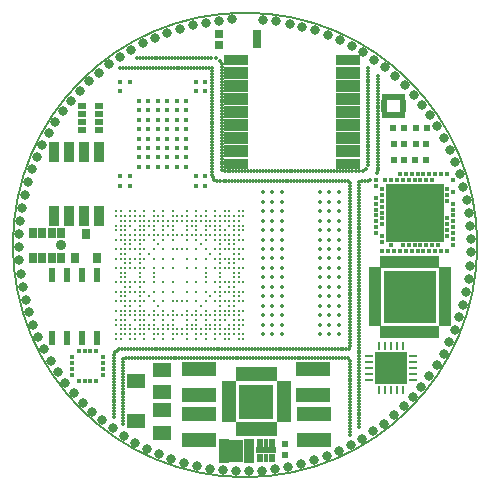
<source format=gts>
G04*
G04 #@! TF.GenerationSoftware,Altium Limited,Altium Designer,22.6.1 (34)*
G04*
G04 Layer_Color=8388736*
%FSLAX44Y44*%
%MOMM*%
G71*
G04*
G04 #@! TF.SameCoordinates,74DF644D-C5CC-47E8-8FD8-F3D1935BC2B4*
G04*
G04*
G04 #@! TF.FilePolarity,Negative*
G04*
G01*
G75*
%ADD12C,0.2000*%
%ADD36R,0.6000X0.5000*%
%ADD37C,0.3500*%
%ADD39R,0.5000X0.6000*%
%ADD41R,0.8000X0.9000*%
%ADD44R,0.6000X1.3000*%
%ADD45R,0.2393X0.7311*%
G04:AMPARAMS|DCode=46|XSize=0.7311mm|YSize=0.2393mm|CornerRadius=0.1196mm|HoleSize=0mm|Usage=FLASHONLY|Rotation=270.000|XOffset=0mm|YOffset=0mm|HoleType=Round|Shape=RoundedRectangle|*
%AMROUNDEDRECTD46*
21,1,0.7311,0.0000,0,0,270.0*
21,1,0.4918,0.2393,0,0,270.0*
1,1,0.2393,0.0000,-0.2459*
1,1,0.2393,0.0000,0.2459*
1,1,0.2393,0.0000,0.2459*
1,1,0.2393,0.0000,-0.2459*
%
%ADD46ROUNDEDRECTD46*%
G04:AMPARAMS|DCode=47|XSize=0.2393mm|YSize=0.7311mm|CornerRadius=0.1196mm|HoleSize=0mm|Usage=FLASHONLY|Rotation=270.000|XOffset=0mm|YOffset=0mm|HoleType=Round|Shape=RoundedRectangle|*
%AMROUNDEDRECTD47*
21,1,0.2393,0.4918,0,0,270.0*
21,1,0.0000,0.7311,0,0,270.0*
1,1,0.2393,-0.2459,0.0000*
1,1,0.2393,-0.2459,0.0000*
1,1,0.2393,0.2459,0.0000*
1,1,0.2393,0.2459,0.0000*
%
%ADD47ROUNDEDRECTD47*%
%ADD48R,0.3000X0.4500*%
%ADD49R,0.4500X0.3000*%
%ADD50C,0.2125*%
%ADD51C,0.3825*%
%ADD52R,0.8000X0.6500*%
%ADD53R,0.8000X1.6000*%
%ADD54R,1.0532X0.5032*%
%ADD55R,0.5032X1.0532*%
%ADD56R,4.4532X4.4532*%
%ADD57R,2.0032X0.9032*%
%ADD58R,2.0032X1.0032*%
%ADD59C,0.4032*%
%ADD60R,4.9532X4.9532*%
%ADD61R,0.7032X0.6032*%
%ADD62R,0.5032X0.5532*%
%ADD63R,0.5532X0.5032*%
%ADD64R,2.9032X1.2032*%
%ADD65R,0.8332X0.5532*%
%ADD66R,0.5032X0.7832*%
%ADD67R,0.4532X0.7832*%
%ADD68R,1.2032X1.9032*%
%ADD69R,0.9032X0.5032*%
%ADD70R,1.2032X0.5032*%
%ADD71R,0.5032X1.2032*%
%ADD72R,3.0032X3.0032*%
%ADD73R,1.6032X1.2032*%
%ADD74R,0.8532X1.7282*%
%ADD75C,0.8932*%
%ADD76R,0.7032X0.9532*%
%ADD77R,2.7500X2.7500*%
%ADD78C,0.8032*%
%ADD79C,0.7032*%
%ADD80C,0.3532*%
D12*
X903478Y560832D02*
G03*
X903478Y560832I-196596J0D01*
G01*
D36*
X740410Y383358D02*
D03*
Y392358D02*
D03*
D37*
X786088Y485434D02*
D03*
X778088D02*
D03*
X770088D02*
D03*
X738088D02*
D03*
X730088D02*
D03*
X722088D02*
D03*
X786088Y493434D02*
D03*
X778088D02*
D03*
X770088D02*
D03*
X738088D02*
D03*
X730088D02*
D03*
X722088D02*
D03*
X786088Y501434D02*
D03*
X778088D02*
D03*
X770088D02*
D03*
X738088D02*
D03*
X730088D02*
D03*
X722088D02*
D03*
X786088Y509434D02*
D03*
X778088D02*
D03*
X770088D02*
D03*
X738088D02*
D03*
X730088D02*
D03*
X722088D02*
D03*
X786088Y517434D02*
D03*
X778088D02*
D03*
X770088D02*
D03*
X738088D02*
D03*
X730088D02*
D03*
X722088D02*
D03*
X786088Y525434D02*
D03*
X778088D02*
D03*
X770088D02*
D03*
X738088D02*
D03*
X730088D02*
D03*
X722088D02*
D03*
X786088Y533434D02*
D03*
X778088D02*
D03*
X770088D02*
D03*
X738088D02*
D03*
X730088D02*
D03*
X722088D02*
D03*
X786088Y541434D02*
D03*
X778088D02*
D03*
X770088D02*
D03*
X738088D02*
D03*
X730088D02*
D03*
X722088D02*
D03*
X786088Y549434D02*
D03*
X778088D02*
D03*
X770088D02*
D03*
X738088D02*
D03*
X730088D02*
D03*
X722088D02*
D03*
X786088Y557434D02*
D03*
X778088D02*
D03*
X770088D02*
D03*
X738088D02*
D03*
X730088D02*
D03*
X722088D02*
D03*
X786088Y565434D02*
D03*
X778088D02*
D03*
X770088D02*
D03*
X738088D02*
D03*
X730088D02*
D03*
X722088D02*
D03*
X786088Y573434D02*
D03*
X778088D02*
D03*
X770088D02*
D03*
X738088D02*
D03*
X730088D02*
D03*
X722088D02*
D03*
X786088Y581434D02*
D03*
X778088D02*
D03*
X770088D02*
D03*
X738088D02*
D03*
X730088D02*
D03*
X722088D02*
D03*
X786088Y589434D02*
D03*
X778088D02*
D03*
X770088D02*
D03*
X738088D02*
D03*
X730088D02*
D03*
X722088D02*
D03*
X786088Y597434D02*
D03*
X778088D02*
D03*
X770088D02*
D03*
X738088D02*
D03*
X730088D02*
D03*
X722088D02*
D03*
X786088Y605434D02*
D03*
X778088D02*
D03*
X770088D02*
D03*
X738088D02*
D03*
X730088D02*
D03*
X722088D02*
D03*
D39*
X851178Y633004D02*
D03*
X860178D02*
D03*
X832660Y632496D02*
D03*
X841660D02*
D03*
X832660Y645958D02*
D03*
X841660D02*
D03*
X851504Y659928D02*
D03*
X860504D02*
D03*
X832478Y659674D02*
D03*
X841478D02*
D03*
X851432Y646466D02*
D03*
X860432D02*
D03*
D41*
X562762Y549976D02*
D03*
X581762D02*
D03*
X572262Y569976D02*
D03*
D44*
X543270Y482298D02*
D03*
X555970D02*
D03*
X568670D02*
D03*
X581370D02*
D03*
Y535298D02*
D03*
X568670D02*
D03*
X555970D02*
D03*
X543270D02*
D03*
D45*
X840544Y475634D02*
D03*
D46*
X835544D02*
D03*
X830544D02*
D03*
X825544D02*
D03*
X820544D02*
D03*
Y437823D02*
D03*
X825544D02*
D03*
X830544D02*
D03*
X835544D02*
D03*
X840544D02*
D03*
D47*
X811638Y466728D02*
D03*
Y461728D02*
D03*
Y456728D02*
D03*
Y451728D02*
D03*
Y446728D02*
D03*
X849449D02*
D03*
Y451728D02*
D03*
Y456728D02*
D03*
Y461728D02*
D03*
Y466728D02*
D03*
D48*
X565996Y445502D02*
D03*
X570996D02*
D03*
X575996D02*
D03*
X580996D02*
D03*
Y471002D02*
D03*
X575996D02*
D03*
X570996D02*
D03*
X565996D02*
D03*
D49*
X586246Y450752D02*
D03*
Y455752D02*
D03*
Y460752D02*
D03*
Y465752D02*
D03*
X560746D02*
D03*
Y460752D02*
D03*
Y455752D02*
D03*
Y450752D02*
D03*
D50*
X597538Y589274D02*
D03*
X601538D02*
D03*
X609538D02*
D03*
X613538D02*
D03*
X621538D02*
D03*
X629538D02*
D03*
X637538D02*
D03*
X645538D02*
D03*
X657538D02*
D03*
X665538D02*
D03*
X673538D02*
D03*
X681538D02*
D03*
X689538D02*
D03*
X693538D02*
D03*
X701538D02*
D03*
X705538D02*
D03*
X597538Y585274D02*
D03*
X601538D02*
D03*
X605538D02*
D03*
X609538D02*
D03*
X613538D02*
D03*
X617538D02*
D03*
X621538D02*
D03*
X629538D02*
D03*
X633538D02*
D03*
X637538D02*
D03*
X645538D02*
D03*
X649538D02*
D03*
X653538D02*
D03*
X657538D02*
D03*
X665538D02*
D03*
X669538D02*
D03*
X673538D02*
D03*
X681538D02*
D03*
X685538D02*
D03*
X689538D02*
D03*
X693538D02*
D03*
X697538D02*
D03*
X701538D02*
D03*
X705538D02*
D03*
X601538Y581274D02*
D03*
X605538D02*
D03*
X609538D02*
D03*
X613538D02*
D03*
X617538D02*
D03*
X621538D02*
D03*
X625538D02*
D03*
X629538D02*
D03*
X633538D02*
D03*
X637538D02*
D03*
X641538D02*
D03*
X645538D02*
D03*
X649538D02*
D03*
X653538D02*
D03*
X657538D02*
D03*
X661538D02*
D03*
X665538D02*
D03*
X669538D02*
D03*
X673538D02*
D03*
X677538D02*
D03*
X681538D02*
D03*
X685538D02*
D03*
X689538D02*
D03*
X693538D02*
D03*
X697538D02*
D03*
X701538D02*
D03*
X597538Y577274D02*
D03*
X601538D02*
D03*
X605538D02*
D03*
X609538D02*
D03*
X617538D02*
D03*
X621538D02*
D03*
X625538D02*
D03*
X629538D02*
D03*
X637538D02*
D03*
X641538D02*
D03*
X645538D02*
D03*
X657538D02*
D03*
X661538D02*
D03*
X665538D02*
D03*
X673538D02*
D03*
X677538D02*
D03*
X681538D02*
D03*
X685538D02*
D03*
X693538D02*
D03*
X697538D02*
D03*
X701538D02*
D03*
X705538D02*
D03*
X597538Y573274D02*
D03*
X601538D02*
D03*
X605538D02*
D03*
X613538D02*
D03*
X617538D02*
D03*
X621538D02*
D03*
X629538D02*
D03*
X637538D02*
D03*
X645538D02*
D03*
X657538D02*
D03*
X665538D02*
D03*
X673538D02*
D03*
X681538D02*
D03*
X685538D02*
D03*
X689538D02*
D03*
X697538D02*
D03*
X701538D02*
D03*
X705538D02*
D03*
X601538Y569274D02*
D03*
X605538D02*
D03*
X609538D02*
D03*
X613538D02*
D03*
X617538D02*
D03*
X621538D02*
D03*
X625538D02*
D03*
X629538D02*
D03*
X633538D02*
D03*
X637538D02*
D03*
X641538D02*
D03*
X645538D02*
D03*
X649538D02*
D03*
X653538D02*
D03*
X657538D02*
D03*
X661538D02*
D03*
X665538D02*
D03*
X669538D02*
D03*
X673538D02*
D03*
X677538D02*
D03*
X681538D02*
D03*
X685538D02*
D03*
X689538D02*
D03*
X693538D02*
D03*
X697538D02*
D03*
X701538D02*
D03*
X597538Y565274D02*
D03*
X601538D02*
D03*
X605538D02*
D03*
X609538D02*
D03*
X613538D02*
D03*
X617538D02*
D03*
X621538D02*
D03*
X629538D02*
D03*
X637538D02*
D03*
X645538D02*
D03*
X657538D02*
D03*
X665538D02*
D03*
X673538D02*
D03*
X681538D02*
D03*
X685538D02*
D03*
X689538D02*
D03*
X693538D02*
D03*
X697538D02*
D03*
X701538D02*
D03*
X705538D02*
D03*
X605538Y561274D02*
D03*
X609538D02*
D03*
X617538D02*
D03*
X633538D02*
D03*
X669538D02*
D03*
X685538D02*
D03*
X693538D02*
D03*
X697538D02*
D03*
X597538Y557274D02*
D03*
X601538D02*
D03*
X605538D02*
D03*
X609538D02*
D03*
X613538D02*
D03*
X617538D02*
D03*
X621538D02*
D03*
X629538D02*
D03*
X637538D02*
D03*
X645538D02*
D03*
X649538D02*
D03*
X653538D02*
D03*
X657538D02*
D03*
X665538D02*
D03*
X673538D02*
D03*
X681538D02*
D03*
X685538D02*
D03*
X689538D02*
D03*
X693538D02*
D03*
X697538D02*
D03*
X701538D02*
D03*
X705538D02*
D03*
X601538Y553274D02*
D03*
X605538D02*
D03*
X617538D02*
D03*
X625538D02*
D03*
X677538D02*
D03*
X685538D02*
D03*
X697538D02*
D03*
X701538D02*
D03*
X597538Y549274D02*
D03*
X601538D02*
D03*
X605538D02*
D03*
X609538D02*
D03*
X613538D02*
D03*
X617538D02*
D03*
X621538D02*
D03*
X629538D02*
D03*
X637538D02*
D03*
X645538D02*
D03*
X657538D02*
D03*
X665538D02*
D03*
X673538D02*
D03*
X681538D02*
D03*
X685538D02*
D03*
X689538D02*
D03*
X693538D02*
D03*
X697538D02*
D03*
X701538D02*
D03*
X705538D02*
D03*
X605538Y545274D02*
D03*
X609538D02*
D03*
X617538D02*
D03*
X685538D02*
D03*
X693538D02*
D03*
X697538D02*
D03*
X597538Y541274D02*
D03*
X601538D02*
D03*
X605538D02*
D03*
X609538D02*
D03*
X613538D02*
D03*
X617538D02*
D03*
X621538D02*
D03*
X629538D02*
D03*
X637538D02*
D03*
X645538D02*
D03*
X657538D02*
D03*
X665538D02*
D03*
X673538D02*
D03*
X681538D02*
D03*
X685538D02*
D03*
X689538D02*
D03*
X693538D02*
D03*
X697538D02*
D03*
X701538D02*
D03*
X705538D02*
D03*
X601538Y537274D02*
D03*
X605538D02*
D03*
X617538D02*
D03*
X629538D02*
D03*
X673538D02*
D03*
X685538D02*
D03*
X697538D02*
D03*
X701538D02*
D03*
X601538Y533274D02*
D03*
X605538D02*
D03*
X617538D02*
D03*
X629538D02*
D03*
X673538D02*
D03*
X685538D02*
D03*
X697538D02*
D03*
X701538D02*
D03*
X597538Y529274D02*
D03*
X601538D02*
D03*
X605538D02*
D03*
X609538D02*
D03*
X613538D02*
D03*
X617538D02*
D03*
X621538D02*
D03*
X629538D02*
D03*
X637538D02*
D03*
X645538D02*
D03*
X657538D02*
D03*
X665538D02*
D03*
X673538D02*
D03*
X681538D02*
D03*
X685538D02*
D03*
X689538D02*
D03*
X693538D02*
D03*
X697538D02*
D03*
X701538D02*
D03*
X705538D02*
D03*
X605538Y525274D02*
D03*
X609538D02*
D03*
X617538D02*
D03*
X685538D02*
D03*
X693538D02*
D03*
X697538D02*
D03*
X597538Y521274D02*
D03*
X601538D02*
D03*
X605538D02*
D03*
X609538D02*
D03*
X613538D02*
D03*
X617538D02*
D03*
X621538D02*
D03*
X629538D02*
D03*
X637538D02*
D03*
X645538D02*
D03*
X657538D02*
D03*
X665538D02*
D03*
X673538D02*
D03*
X681538D02*
D03*
X685538D02*
D03*
X689538D02*
D03*
X693538D02*
D03*
X697538D02*
D03*
X701538D02*
D03*
X705538D02*
D03*
X601538Y517274D02*
D03*
X605538D02*
D03*
X617538D02*
D03*
X625538D02*
D03*
X677538D02*
D03*
X685538D02*
D03*
X697538D02*
D03*
X701538D02*
D03*
X597538Y513274D02*
D03*
X601538D02*
D03*
X605538D02*
D03*
X609538D02*
D03*
X613538D02*
D03*
X617538D02*
D03*
X621538D02*
D03*
X629538D02*
D03*
X637538D02*
D03*
X645538D02*
D03*
X649538D02*
D03*
X653538D02*
D03*
X657538D02*
D03*
X665538D02*
D03*
X673538D02*
D03*
X681538D02*
D03*
X685538D02*
D03*
X689538D02*
D03*
X693538D02*
D03*
X697538D02*
D03*
X701538D02*
D03*
X705538D02*
D03*
X605538Y509274D02*
D03*
X609538D02*
D03*
X617538D02*
D03*
X633538D02*
D03*
X669538D02*
D03*
X685538D02*
D03*
X693538D02*
D03*
X697538D02*
D03*
X597538Y505274D02*
D03*
X601538D02*
D03*
X605538D02*
D03*
X609538D02*
D03*
X613538D02*
D03*
X617538D02*
D03*
X621538D02*
D03*
X629538D02*
D03*
X637538D02*
D03*
X645538D02*
D03*
X657538D02*
D03*
X665538D02*
D03*
X673538D02*
D03*
X681538D02*
D03*
X685538D02*
D03*
X689538D02*
D03*
X693538D02*
D03*
X697538D02*
D03*
X701538D02*
D03*
X705538D02*
D03*
X601538Y501274D02*
D03*
X605538D02*
D03*
X609538D02*
D03*
X613538D02*
D03*
X617538D02*
D03*
X621538D02*
D03*
X625538D02*
D03*
X629538D02*
D03*
X633538D02*
D03*
X637538D02*
D03*
X641538D02*
D03*
X645538D02*
D03*
X649538D02*
D03*
X653538D02*
D03*
X657538D02*
D03*
X661538D02*
D03*
X665538D02*
D03*
X669538D02*
D03*
X673538D02*
D03*
X677538D02*
D03*
X681538D02*
D03*
X685538D02*
D03*
X689538D02*
D03*
X693538D02*
D03*
X697538D02*
D03*
X701538D02*
D03*
X597538Y497274D02*
D03*
X601538D02*
D03*
X605538D02*
D03*
X613538D02*
D03*
X617538D02*
D03*
X621538D02*
D03*
X629538D02*
D03*
X637538D02*
D03*
X645538D02*
D03*
X657538D02*
D03*
X665538D02*
D03*
X673538D02*
D03*
X681538D02*
D03*
X685538D02*
D03*
X689538D02*
D03*
X697538D02*
D03*
X701538D02*
D03*
X705538D02*
D03*
X597538Y493274D02*
D03*
X601538D02*
D03*
X605538D02*
D03*
X609538D02*
D03*
X617538D02*
D03*
X621538D02*
D03*
X625538D02*
D03*
X629538D02*
D03*
X637538D02*
D03*
X641538D02*
D03*
X645538D02*
D03*
X657538D02*
D03*
X661538D02*
D03*
X665538D02*
D03*
X673538D02*
D03*
X677538D02*
D03*
X681538D02*
D03*
X685538D02*
D03*
X693538D02*
D03*
X697538D02*
D03*
X701538D02*
D03*
X705538D02*
D03*
X601538Y489274D02*
D03*
X605538D02*
D03*
X609538D02*
D03*
X613538D02*
D03*
X617538D02*
D03*
X621538D02*
D03*
X625538D02*
D03*
X629538D02*
D03*
X633538D02*
D03*
X637538D02*
D03*
X641538D02*
D03*
X645538D02*
D03*
X649538D02*
D03*
X653538D02*
D03*
X657538D02*
D03*
X661538D02*
D03*
X665538D02*
D03*
X669538D02*
D03*
X673538D02*
D03*
X677538D02*
D03*
X681538D02*
D03*
X685538D02*
D03*
X689538D02*
D03*
X693538D02*
D03*
X697538D02*
D03*
X701538D02*
D03*
X597538Y485274D02*
D03*
X601538D02*
D03*
X605538D02*
D03*
X609538D02*
D03*
X613538D02*
D03*
X617538D02*
D03*
X621538D02*
D03*
X629538D02*
D03*
X633538D02*
D03*
X637538D02*
D03*
X645538D02*
D03*
X649538D02*
D03*
X653538D02*
D03*
X657538D02*
D03*
X665538D02*
D03*
X669538D02*
D03*
X673538D02*
D03*
X681538D02*
D03*
X685538D02*
D03*
X689538D02*
D03*
X693538D02*
D03*
X697538D02*
D03*
X701538D02*
D03*
X705538D02*
D03*
X597538Y481274D02*
D03*
X601538D02*
D03*
X609538D02*
D03*
X613538D02*
D03*
X621538D02*
D03*
X629538D02*
D03*
X637538D02*
D03*
X645538D02*
D03*
X657538D02*
D03*
X665538D02*
D03*
X673538D02*
D03*
X681538D02*
D03*
X689538D02*
D03*
X693538D02*
D03*
X701538D02*
D03*
X705538D02*
D03*
D51*
X601094Y698872D02*
D03*
X609094D02*
D03*
X665094D02*
D03*
X673094D02*
D03*
X601094Y690872D02*
D03*
X665094D02*
D03*
X673094D02*
D03*
X617094Y682872D02*
D03*
X625094D02*
D03*
X633094D02*
D03*
X641094D02*
D03*
X649094D02*
D03*
X657094D02*
D03*
X617094Y674872D02*
D03*
X625094D02*
D03*
X633094D02*
D03*
X641094D02*
D03*
X649094D02*
D03*
X657094D02*
D03*
X617094Y666872D02*
D03*
X625094D02*
D03*
X633094D02*
D03*
X641094D02*
D03*
X649094D02*
D03*
X657094D02*
D03*
X617094Y658872D02*
D03*
X625094D02*
D03*
X633094D02*
D03*
X641094D02*
D03*
X649094D02*
D03*
X657094D02*
D03*
X617094Y650872D02*
D03*
X625094D02*
D03*
X633094D02*
D03*
X641094D02*
D03*
X649094D02*
D03*
X657094D02*
D03*
X617094Y642872D02*
D03*
X625094D02*
D03*
X633094D02*
D03*
X641094D02*
D03*
X649094D02*
D03*
X657094D02*
D03*
X617094Y634872D02*
D03*
X625094D02*
D03*
X633094D02*
D03*
X641094D02*
D03*
X649094D02*
D03*
X657094D02*
D03*
X617094Y626872D02*
D03*
X625094D02*
D03*
X633094D02*
D03*
X641094D02*
D03*
X649094D02*
D03*
X657094D02*
D03*
X601094Y618872D02*
D03*
X609094D02*
D03*
X665094D02*
D03*
X673094D02*
D03*
X601094Y610872D02*
D03*
X609094D02*
D03*
X665094D02*
D03*
X673094D02*
D03*
D52*
X685040Y739572D02*
D03*
Y730072D02*
D03*
D53*
X717040Y734822D02*
D03*
D54*
X816792Y539426D02*
D03*
Y534426D02*
D03*
Y529426D02*
D03*
Y524426D02*
D03*
Y519426D02*
D03*
Y514426D02*
D03*
Y509426D02*
D03*
Y504426D02*
D03*
Y499426D02*
D03*
Y494426D02*
D03*
X875792D02*
D03*
Y499426D02*
D03*
Y504426D02*
D03*
Y509426D02*
D03*
Y514426D02*
D03*
Y519426D02*
D03*
Y524426D02*
D03*
Y529426D02*
D03*
Y534426D02*
D03*
Y539426D02*
D03*
D55*
X823792Y487426D02*
D03*
X828792D02*
D03*
X833792D02*
D03*
X838792D02*
D03*
X843792D02*
D03*
X848792D02*
D03*
X853792D02*
D03*
X858792D02*
D03*
X863792D02*
D03*
X868792D02*
D03*
Y546426D02*
D03*
X863792D02*
D03*
X858792D02*
D03*
X853792D02*
D03*
X848792D02*
D03*
X843792D02*
D03*
X838792D02*
D03*
X833792D02*
D03*
X828792D02*
D03*
X823792D02*
D03*
D56*
X846292Y516926D02*
D03*
D57*
X794006Y629354D02*
D03*
Y717354D02*
D03*
X699006D02*
D03*
Y629354D02*
D03*
D58*
X794006Y640354D02*
D03*
Y651354D02*
D03*
Y662354D02*
D03*
Y673354D02*
D03*
Y684354D02*
D03*
Y695354D02*
D03*
Y706354D02*
D03*
X699006D02*
D03*
Y695354D02*
D03*
Y684354D02*
D03*
Y673354D02*
D03*
Y662354D02*
D03*
Y651354D02*
D03*
Y640354D02*
D03*
D59*
X817892Y590764D02*
D03*
Y595764D02*
D03*
Y600764D02*
D03*
Y610764D02*
D03*
Y615764D02*
D03*
Y585764D02*
D03*
Y580764D02*
D03*
Y575764D02*
D03*
Y570764D02*
D03*
X877892Y568264D02*
D03*
Y573264D02*
D03*
Y578264D02*
D03*
Y583264D02*
D03*
Y608264D02*
D03*
Y603264D02*
D03*
Y598264D02*
D03*
X822892Y563264D02*
D03*
Y568264D02*
D03*
Y578264D02*
D03*
Y583264D02*
D03*
Y608264D02*
D03*
Y603264D02*
D03*
Y598264D02*
D03*
Y593264D02*
D03*
Y588264D02*
D03*
X882892Y615764D02*
D03*
Y605764D02*
D03*
Y595764D02*
D03*
Y590764D02*
D03*
Y560764D02*
D03*
Y565764D02*
D03*
Y570764D02*
D03*
Y575764D02*
D03*
Y580764D02*
D03*
Y585764D02*
D03*
X850392Y615764D02*
D03*
X845392D02*
D03*
X840392D02*
D03*
X835392D02*
D03*
X830392D02*
D03*
X825392D02*
D03*
X855392D02*
D03*
X860392D02*
D03*
X865392D02*
D03*
X850392Y560764D02*
D03*
X855392D02*
D03*
X860392D02*
D03*
X865392D02*
D03*
X870392D02*
D03*
X845392D02*
D03*
X840392D02*
D03*
X830392D02*
D03*
X877892Y555764D02*
D03*
X872892D02*
D03*
X867892D02*
D03*
X862892D02*
D03*
X857892D02*
D03*
X822892D02*
D03*
X827892D02*
D03*
X837892D02*
D03*
X842892D02*
D03*
X847892D02*
D03*
X852892D02*
D03*
X837892Y620764D02*
D03*
X842892D02*
D03*
X847892D02*
D03*
X877892D02*
D03*
X872892D02*
D03*
X867892D02*
D03*
X862892D02*
D03*
X857892D02*
D03*
X852892D02*
D03*
X832892Y555764D02*
D03*
D60*
X850392Y588264D02*
D03*
D61*
X568536Y678060D02*
D03*
Y671560D02*
D03*
Y665060D02*
D03*
Y658560D02*
D03*
X583536D02*
D03*
Y665060D02*
D03*
Y671560D02*
D03*
Y678060D02*
D03*
D62*
X825152Y670560D02*
D03*
X830152D02*
D03*
X835152D02*
D03*
X840152D02*
D03*
Y685810D02*
D03*
X835152D02*
D03*
X830152D02*
D03*
X825152D02*
D03*
D63*
X840402Y675685D02*
D03*
Y680685D02*
D03*
X824652D02*
D03*
Y675685D02*
D03*
D64*
X765302Y395908D02*
D03*
Y417908D02*
D03*
X764794Y455500D02*
D03*
Y433500D02*
D03*
X667766Y395654D02*
D03*
Y417654D02*
D03*
Y455422D02*
D03*
Y433422D02*
D03*
D65*
X728980Y386842D02*
D03*
X720280D02*
D03*
D66*
X729630Y380492D02*
D03*
X719630D02*
D03*
Y393192D02*
D03*
X729630D02*
D03*
D67*
X724630Y380492D02*
D03*
Y393192D02*
D03*
D68*
X699516Y386588D02*
D03*
D69*
X689016Y379088D02*
D03*
Y384088D02*
D03*
Y389088D02*
D03*
Y394088D02*
D03*
X710016D02*
D03*
Y389088D02*
D03*
Y384088D02*
D03*
Y379088D02*
D03*
D70*
X693034Y443244D02*
D03*
Y438244D02*
D03*
Y433244D02*
D03*
Y428244D02*
D03*
Y423244D02*
D03*
Y418244D02*
D03*
Y413244D02*
D03*
X740034D02*
D03*
Y418244D02*
D03*
Y423244D02*
D03*
Y428244D02*
D03*
Y433244D02*
D03*
Y438244D02*
D03*
Y443244D02*
D03*
D71*
X701534Y404744D02*
D03*
X706534D02*
D03*
X711534D02*
D03*
X716534D02*
D03*
X721534D02*
D03*
X726534D02*
D03*
X731534D02*
D03*
Y451744D02*
D03*
X726534D02*
D03*
X721534D02*
D03*
X716534D02*
D03*
X711534D02*
D03*
X706534D02*
D03*
X701534D02*
D03*
D72*
X716534Y428244D02*
D03*
D73*
X636602Y436016D02*
D03*
Y455016D02*
D03*
X614602Y445516D02*
D03*
X636348Y401980D02*
D03*
Y420980D02*
D03*
X614348Y411480D02*
D03*
D74*
X545338Y585274D02*
D03*
X558038D02*
D03*
X570738D02*
D03*
X583438D02*
D03*
Y639514D02*
D03*
X570738D02*
D03*
X558038D02*
D03*
X545338D02*
D03*
D75*
X551052Y560446D02*
D03*
D76*
X527052Y571246D02*
D03*
X543052D02*
D03*
X551052D02*
D03*
X535052D02*
D03*
X527052Y549946D02*
D03*
X543052D02*
D03*
X551052D02*
D03*
X535052D02*
D03*
D77*
X830544Y456728D02*
D03*
D78*
X898188Y565772D02*
D03*
X825145Y711101D02*
D03*
X816133Y717751D02*
D03*
X710286Y369211D02*
D03*
X673420Y749078D02*
D03*
X644259Y379717D02*
D03*
X796276Y391335D02*
D03*
X732612Y370877D02*
D03*
X896226Y532264D02*
D03*
X559592Y682926D02*
D03*
X888565Y620731D02*
D03*
X897502Y543391D02*
D03*
X891781Y610003D02*
D03*
X548224Y453465D02*
D03*
X676802Y371540D02*
D03*
X542243Y462934D02*
D03*
X594737Y405437D02*
D03*
X526492Y624832D02*
D03*
X875355Y651584D02*
D03*
X841320Y424295D02*
D03*
X898156Y554572D02*
D03*
X849624Y688151D02*
D03*
X884417Y489145D02*
D03*
X540489Y655340D02*
D03*
X833123Y416664D02*
D03*
X603968Y399095D02*
D03*
X610643Y726094D02*
D03*
X894395Y599112D02*
D03*
X797069Y729496D02*
D03*
X531904Y482796D02*
D03*
X897596Y576956D02*
D03*
X880368Y641568D02*
D03*
X601109Y720216D02*
D03*
X546262Y664937D02*
D03*
X583196Y706789D02*
D03*
X524042Y503757D02*
D03*
X863004Y449917D02*
D03*
X569354Y427399D02*
D03*
X766174Y742596D02*
D03*
X879970Y478866D02*
D03*
X633791Y383700D02*
D03*
X765334Y378353D02*
D03*
X554724Y444344D02*
D03*
X662450Y746823D02*
D03*
X744524Y748311D02*
D03*
X518077Y592350D02*
D03*
X754571Y375255D02*
D03*
X743653Y372760D02*
D03*
X651622Y743961D02*
D03*
X620489Y731432D02*
D03*
X518687Y525499D02*
D03*
X699087Y369365D02*
D03*
X722359Y751454D02*
D03*
X695653Y751741D02*
D03*
X516557Y581254D02*
D03*
X552650Y674137D02*
D03*
X585872Y412282D02*
D03*
X535259Y645436D02*
D03*
X561751Y435623D02*
D03*
X527618Y493143D02*
D03*
X623561Y388259D02*
D03*
X530589Y635256D02*
D03*
X684500Y750719D02*
D03*
X824455Y409571D02*
D03*
X863508Y670584D02*
D03*
X787054Y734510D02*
D03*
X776727Y738843D02*
D03*
X888285Y499656D02*
D03*
X833773Y703960D02*
D03*
X515658Y570090D02*
D03*
X577403Y419611D02*
D03*
X567013Y691315D02*
D03*
X884756Y631264D02*
D03*
X896383Y588090D02*
D03*
X515381Y558893D02*
D03*
X687914Y370142D02*
D03*
X640995Y740425D02*
D03*
X806450Y724154D02*
D03*
X874957Y468851D02*
D03*
X536956Y472694D02*
D03*
X522981Y614197D02*
D03*
X591917Y713817D02*
D03*
X806003Y396887D02*
D03*
X894237Y521242D02*
D03*
X815406Y402972D02*
D03*
X613600Y393380D02*
D03*
X516925Y536559D02*
D03*
X520211Y603345D02*
D03*
X775908Y382046D02*
D03*
X786255Y386332D02*
D03*
X856811Y679561D02*
D03*
X869244Y459217D02*
D03*
X755429Y745755D02*
D03*
X891561Y510366D02*
D03*
X574889Y699277D02*
D03*
X654932Y376324D02*
D03*
X856255Y440978D02*
D03*
X521062Y514553D02*
D03*
X630617Y736214D02*
D03*
X849020Y432429D02*
D03*
X515781Y547700D02*
D03*
X869696Y661249D02*
D03*
X665785Y373554D02*
D03*
X721477Y369680D02*
D03*
X733494Y750257D02*
D03*
X841970Y696328D02*
D03*
D79*
X844892Y582764D02*
D03*
X855892D02*
D03*
X833892D02*
D03*
Y571764D02*
D03*
X855892D02*
D03*
X844892D02*
D03*
Y593764D02*
D03*
X833892D02*
D03*
X855892D02*
D03*
X866892D02*
D03*
Y571764D02*
D03*
Y582764D02*
D03*
X833892Y604764D02*
D03*
X855892D02*
D03*
X844892D02*
D03*
X866892D02*
D03*
D80*
X598170Y471424D02*
D03*
X680974Y616204D02*
D03*
X689575Y623213D02*
D03*
X692115D02*
D03*
X694401D02*
D03*
X696941D02*
D03*
X699227D02*
D03*
X701513D02*
D03*
X704307D02*
D03*
X707101D02*
D03*
X709641D02*
D03*
X812800Y615950D02*
D03*
X803621Y623213D02*
D03*
X800573D02*
D03*
X797560Y623316D02*
D03*
X794766D02*
D03*
X809463Y625499D02*
D03*
X792191Y623213D02*
D03*
X789651D02*
D03*
X787111D02*
D03*
X784571D02*
D03*
X803734Y518944D02*
D03*
X637729Y473063D02*
D03*
X819482Y646365D02*
D03*
X679727Y617998D02*
D03*
X819482Y681365D02*
D03*
X595514Y449955D02*
D03*
X750229Y473063D02*
D03*
X795377Y510558D02*
D03*
X807031Y623213D02*
D03*
X712729Y473063D02*
D03*
X803734Y541444D02*
D03*
X819482Y643865D02*
D03*
X742031Y623213D02*
D03*
X803734Y443944D02*
D03*
X678791Y665331D02*
D03*
X803734Y513944D02*
D03*
X603871Y416712D02*
D03*
X803734Y438944D02*
D03*
X716322Y464706D02*
D03*
X811125Y698372D02*
D03*
X682729Y473063D02*
D03*
X687148Y651470D02*
D03*
X795377Y523058D02*
D03*
X819433Y623865D02*
D03*
X748640Y614856D02*
D03*
X712031Y623213D02*
D03*
X806062Y614856D02*
D03*
X771322Y464706D02*
D03*
X636322D02*
D03*
X662730Y719225D02*
D03*
X678791Y670331D02*
D03*
X703822Y464706D02*
D03*
X603871Y439212D02*
D03*
X795377Y407748D02*
D03*
X625229Y473063D02*
D03*
X655229D02*
D03*
X785229D02*
D03*
X795377Y402748D02*
D03*
X711140Y614856D02*
D03*
X671350Y710868D02*
D03*
X795377Y495558D02*
D03*
X628850Y710868D02*
D03*
X811125Y665872D02*
D03*
X729531Y623213D02*
D03*
X739531D02*
D03*
X777031D02*
D03*
X735229Y473063D02*
D03*
X795377Y485558D02*
D03*
X726140Y614856D02*
D03*
X803734Y448944D02*
D03*
X701140Y614856D02*
D03*
X767729Y473063D02*
D03*
X678791Y645331D02*
D03*
X667729Y473063D02*
D03*
X795377Y563058D02*
D03*
Y480558D02*
D03*
Y500558D02*
D03*
X678791Y682831D02*
D03*
X795377Y400248D02*
D03*
X595514Y434955D02*
D03*
X803734Y608943D02*
D03*
X595514Y444955D02*
D03*
X603871Y431712D02*
D03*
X760229Y473063D02*
D03*
X803734Y598943D02*
D03*
X643850Y710868D02*
D03*
X678791Y627831D02*
D03*
X803734Y538944D02*
D03*
Y453944D02*
D03*
X603871Y446712D02*
D03*
X687148Y623970D02*
D03*
Y626470D02*
D03*
X775229Y473063D02*
D03*
X819482Y636365D02*
D03*
X696322Y464706D02*
D03*
X595514Y452455D02*
D03*
X795377Y595558D02*
D03*
X761322Y464706D02*
D03*
X645230Y719225D02*
D03*
X678791Y700331D02*
D03*
X792729Y473063D02*
D03*
X795377Y450248D02*
D03*
X678791Y632831D02*
D03*
X759531Y623213D02*
D03*
X678791Y710331D02*
D03*
X603871Y426712D02*
D03*
X793822Y464706D02*
D03*
X690229Y473063D02*
D03*
X611322Y464706D02*
D03*
X758822D02*
D03*
X728640Y614856D02*
D03*
X811125Y670872D02*
D03*
X687148Y633970D02*
D03*
X795377Y540558D02*
D03*
X819482Y688865D02*
D03*
X803734Y411444D02*
D03*
X795377Y437748D02*
D03*
X676350Y710868D02*
D03*
X687148Y711470D02*
D03*
X793640Y614856D02*
D03*
X795377Y425248D02*
D03*
X732031Y623213D02*
D03*
X742729Y473063D02*
D03*
X811125Y685872D02*
D03*
X603850Y710868D02*
D03*
X795377Y462748D02*
D03*
X819482Y683865D02*
D03*
X623850Y710868D02*
D03*
X595526Y467455D02*
D03*
X818513Y621541D02*
D03*
X607729Y473063D02*
D03*
X744531Y623213D02*
D03*
X764531D02*
D03*
X723822Y464706D02*
D03*
X687148Y671470D02*
D03*
X746140Y614856D02*
D03*
X687148Y703970D02*
D03*
X795377Y412748D02*
D03*
X811125Y693372D02*
D03*
X687148Y663970D02*
D03*
X803734Y451444D02*
D03*
X671322Y464706D02*
D03*
X751322D02*
D03*
X803734Y533944D02*
D03*
X630230Y719225D02*
D03*
X627729Y473063D02*
D03*
X693822Y464706D02*
D03*
X737729Y473063D02*
D03*
X655230Y719225D02*
D03*
X673822Y464706D02*
D03*
X803734Y588944D02*
D03*
X795377Y478058D02*
D03*
X803734Y496444D02*
D03*
X658822Y464706D02*
D03*
X668850Y710868D02*
D03*
X781322Y464706D02*
D03*
X778640Y614856D02*
D03*
X776322Y464706D02*
D03*
X653850Y710868D02*
D03*
X803734Y558944D02*
D03*
X819482Y663865D02*
D03*
X736140Y614856D02*
D03*
X687148Y653970D02*
D03*
Y708970D02*
D03*
X603871Y459212D02*
D03*
X757729Y473063D02*
D03*
X788640Y614856D02*
D03*
X631350Y710868D02*
D03*
X676322Y464706D02*
D03*
X803734Y458944D02*
D03*
X752031Y623213D02*
D03*
X770229Y473063D02*
D03*
X811056Y615021D02*
D03*
X678791Y707831D02*
D03*
X803734Y431444D02*
D03*
Y488944D02*
D03*
Y566444D02*
D03*
X603871Y429212D02*
D03*
X678829Y620331D02*
D03*
X819482Y671365D02*
D03*
Y648865D02*
D03*
X803734Y456444D02*
D03*
X795377Y417748D02*
D03*
X682074Y719107D02*
D03*
X769531Y623213D02*
D03*
X803734Y556444D02*
D03*
X595514Y459955D02*
D03*
X803734Y586444D02*
D03*
X678791Y667831D02*
D03*
X731322Y464706D02*
D03*
X678791Y650331D02*
D03*
X795377Y488058D02*
D03*
X780229Y473063D02*
D03*
X776140Y614856D02*
D03*
X678791Y642831D02*
D03*
X687148Y656470D02*
D03*
X811125Y688372D02*
D03*
Y658372D02*
D03*
X603871Y434212D02*
D03*
X595514Y414955D02*
D03*
X603871Y464212D02*
D03*
X795377Y535558D02*
D03*
X803734Y548944D02*
D03*
X795377Y600558D02*
D03*
X803734Y423944D02*
D03*
X678791Y635331D02*
D03*
X783822Y464706D02*
D03*
X635230Y719225D02*
D03*
X795377Y427748D02*
D03*
X642730Y719225D02*
D03*
X721322Y464706D02*
D03*
X772031Y623213D02*
D03*
X795377Y518058D02*
D03*
X596375Y469807D02*
D03*
X771140Y614856D02*
D03*
X687148Y681470D02*
D03*
X657729Y473063D02*
D03*
X803734Y571444D02*
D03*
X733822Y464706D02*
D03*
X765229Y473063D02*
D03*
X687148Y668970D02*
D03*
X803734Y591443D02*
D03*
X652730Y719225D02*
D03*
X698640Y614856D02*
D03*
X803734Y413944D02*
D03*
X687148Y678970D02*
D03*
X623822Y464706D02*
D03*
X603871Y451712D02*
D03*
X795377Y588058D02*
D03*
X787729Y473063D02*
D03*
X795377Y550558D02*
D03*
X803734Y508944D02*
D03*
Y506444D02*
D03*
X795377Y440248D02*
D03*
X595514Y429955D02*
D03*
X678791Y660331D02*
D03*
X731140Y614856D02*
D03*
X733640D02*
D03*
X763640D02*
D03*
X715229Y473063D02*
D03*
X691140Y614856D02*
D03*
X621350Y710868D02*
D03*
X687148Y631470D02*
D03*
X803734Y601443D02*
D03*
X736322Y464706D02*
D03*
X737031Y623213D02*
D03*
X811125Y638372D02*
D03*
X803734Y526444D02*
D03*
X600236Y472875D02*
D03*
X803734Y473944D02*
D03*
X595514Y442455D02*
D03*
X687148Y666470D02*
D03*
X752729Y473063D02*
D03*
X803734Y603943D02*
D03*
Y491444D02*
D03*
X688640Y614856D02*
D03*
X795377Y580558D02*
D03*
X743822Y464706D02*
D03*
X685229Y473063D02*
D03*
X795377Y583058D02*
D03*
X632729Y473063D02*
D03*
X618822Y464706D02*
D03*
X686088Y716269D02*
D03*
X708822Y464706D02*
D03*
X648822D02*
D03*
X606350Y710868D02*
D03*
X811125Y708372D02*
D03*
X795377Y452748D02*
D03*
X803734Y613943D02*
D03*
X603871Y449212D02*
D03*
X753822Y464706D02*
D03*
X768822D02*
D03*
X761140Y614856D02*
D03*
X678791Y687831D02*
D03*
X641350Y710868D02*
D03*
X687148Y646470D02*
D03*
X595514Y454955D02*
D03*
X720229Y473063D02*
D03*
X717031Y623213D02*
D03*
X754531D02*
D03*
X662729Y473063D02*
D03*
X795377Y590558D02*
D03*
X774531Y623213D02*
D03*
X603871Y456712D02*
D03*
X713640Y614856D02*
D03*
X803734Y611443D02*
D03*
X616322Y464706D02*
D03*
X665229Y473063D02*
D03*
X811125Y710872D02*
D03*
X763822Y464706D02*
D03*
X766140Y614856D02*
D03*
X616350Y710868D02*
D03*
X692729Y473063D02*
D03*
X595514Y422455D02*
D03*
X617730Y719225D02*
D03*
X651350Y710868D02*
D03*
X603871Y424212D02*
D03*
X718640Y614856D02*
D03*
X641322Y464706D02*
D03*
X603871Y441712D02*
D03*
X698822Y464706D02*
D03*
X803734Y428944D02*
D03*
X637730Y719225D02*
D03*
X753640Y614856D02*
D03*
X605229Y473063D02*
D03*
X687148Y701470D02*
D03*
X708640Y614856D02*
D03*
X811125Y653372D02*
D03*
X702729Y473063D02*
D03*
X678791Y662831D02*
D03*
X803734Y478944D02*
D03*
Y436444D02*
D03*
X795377Y410248D02*
D03*
Y490558D02*
D03*
X678791Y677831D02*
D03*
X695229Y473063D02*
D03*
X795377Y610558D02*
D03*
X678791Y705331D02*
D03*
X727729Y473063D02*
D03*
X803734Y578944D02*
D03*
X670229Y473063D02*
D03*
X663822Y464706D02*
D03*
X803734Y553944D02*
D03*
X766322Y464706D02*
D03*
X795377Y520558D02*
D03*
X647729Y473063D02*
D03*
X606322Y464706D02*
D03*
X795377Y483058D02*
D03*
X803734Y528944D02*
D03*
X795377Y575558D02*
D03*
X595514Y462455D02*
D03*
X687148Y673970D02*
D03*
X795377Y543058D02*
D03*
X819482Y638865D02*
D03*
X741322Y464706D02*
D03*
X665230Y719225D02*
D03*
X703640Y614856D02*
D03*
X714531Y623213D02*
D03*
X667730Y719225D02*
D03*
X678791Y702831D02*
D03*
X803734Y501444D02*
D03*
X795377Y460248D02*
D03*
X677729Y473063D02*
D03*
X650230Y719225D02*
D03*
X631322Y464706D02*
D03*
X795377Y585558D02*
D03*
X811125Y675872D02*
D03*
X795377Y613058D02*
D03*
X811125Y648372D02*
D03*
X678791Y680331D02*
D03*
X656350Y710868D02*
D03*
X687148Y688970D02*
D03*
X803734Y408944D02*
D03*
X726322Y464706D02*
D03*
X795377Y415248D02*
D03*
X790229Y473063D02*
D03*
X803734Y471444D02*
D03*
X660230Y719225D02*
D03*
X642729Y473063D02*
D03*
X685800Y614934D02*
D03*
X803734Y531444D02*
D03*
X779531Y623213D02*
D03*
X612729Y473063D02*
D03*
X795377Y545558D02*
D03*
X819482Y633865D02*
D03*
X747729Y473063D02*
D03*
X728822Y464706D02*
D03*
X595514Y447455D02*
D03*
X677730Y719225D02*
D03*
X595514Y439955D02*
D03*
X603871Y419212D02*
D03*
Y421712D02*
D03*
X811125Y643372D02*
D03*
Y660872D02*
D03*
X819482Y651365D02*
D03*
X746322Y464706D02*
D03*
X706322D02*
D03*
X687148Y696470D02*
D03*
X711322Y464706D02*
D03*
X803734Y561444D02*
D03*
X795377Y530558D02*
D03*
X700229Y473063D02*
D03*
X687148Y648970D02*
D03*
X741140Y614856D02*
D03*
X678791Y652831D02*
D03*
X725229Y473063D02*
D03*
X626350Y710868D02*
D03*
X803734Y546444D02*
D03*
X595514Y437455D02*
D03*
Y417455D02*
D03*
X666350Y710868D02*
D03*
X795377Y528058D02*
D03*
X803734Y498944D02*
D03*
X811125Y683372D02*
D03*
X803734Y441444D02*
D03*
Y576444D02*
D03*
X795377Y435248D02*
D03*
X819482Y631365D02*
D03*
X791322Y464706D02*
D03*
X811125Y630872D02*
D03*
X658850Y710868D02*
D03*
X795377Y430248D02*
D03*
X722729Y473063D02*
D03*
X773822Y464706D02*
D03*
X603871Y454212D02*
D03*
X615229Y473063D02*
D03*
X687148Y636470D02*
D03*
X717729Y473063D02*
D03*
X678791Y630331D02*
D03*
X782729Y473063D02*
D03*
X608822Y464706D02*
D03*
X645229Y473063D02*
D03*
X795377Y570558D02*
D03*
Y498058D02*
D03*
Y455248D02*
D03*
X803734Y446444D02*
D03*
X595514Y427455D02*
D03*
X795377Y578058D02*
D03*
X608850Y710868D02*
D03*
X603871Y409212D02*
D03*
X661322Y464706D02*
D03*
X795377Y608058D02*
D03*
X618850Y710868D02*
D03*
X687148Y676470D02*
D03*
X803734Y516444D02*
D03*
X678791Y695331D02*
D03*
X696140Y614856D02*
D03*
X678791Y647831D02*
D03*
X724531Y623213D02*
D03*
X819482Y698865D02*
D03*
X693640Y614856D02*
D03*
X795377Y603058D02*
D03*
X643822Y464706D02*
D03*
X719531Y623213D02*
D03*
X819482Y653865D02*
D03*
X795377Y457748D02*
D03*
X788822Y464706D02*
D03*
X734531Y623213D02*
D03*
X803734Y581444D02*
D03*
X661350Y710868D02*
D03*
X626322Y464706D02*
D03*
X811125Y705872D02*
D03*
Y700872D02*
D03*
X602729Y473063D02*
D03*
X811125Y690872D02*
D03*
X687148Y691470D02*
D03*
X795377Y565558D02*
D03*
X722031Y623213D02*
D03*
X795377Y405248D02*
D03*
X803734Y461444D02*
D03*
X755229Y473063D02*
D03*
X650229D02*
D03*
X681322Y464706D02*
D03*
X819482Y691365D02*
D03*
X718822Y464706D02*
D03*
X803734Y511444D02*
D03*
X636350Y710868D02*
D03*
X803734Y503944D02*
D03*
X795377Y447748D02*
D03*
X640229Y473063D02*
D03*
X819482Y658865D02*
D03*
X610229Y473063D02*
D03*
X811125Y655872D02*
D03*
X635229Y473063D02*
D03*
X687148Y693970D02*
D03*
X756140Y614856D02*
D03*
X795377Y573058D02*
D03*
X678791Y657831D02*
D03*
X819482Y661365D02*
D03*
X803734Y563944D02*
D03*
X811125Y663372D02*
D03*
X795377Y420248D02*
D03*
X663850Y710868D02*
D03*
X713822Y464706D02*
D03*
X687148Y683970D02*
D03*
X811125Y703372D02*
D03*
X819482Y656365D02*
D03*
X687729Y473063D02*
D03*
X678822Y464706D02*
D03*
X687067Y713969D02*
D03*
X613822Y464706D02*
D03*
X811125Y650872D02*
D03*
X678791Y690331D02*
D03*
X819482Y703865D02*
D03*
X747031Y623213D02*
D03*
X657730Y719225D02*
D03*
X716140Y614856D02*
D03*
X811125Y673372D02*
D03*
X620229Y473063D02*
D03*
X620230Y719225D02*
D03*
X791140Y614856D02*
D03*
X803734Y606443D02*
D03*
Y493944D02*
D03*
X651322Y464706D02*
D03*
X603871Y411712D02*
D03*
X762729Y473063D02*
D03*
X795377Y515558D02*
D03*
X687148Y661470D02*
D03*
X595514Y432455D02*
D03*
X678791Y672831D02*
D03*
X811125Y645872D02*
D03*
X678791Y640331D02*
D03*
X738822Y464706D02*
D03*
X640230Y719225D02*
D03*
X687148Y706470D02*
D03*
X803734Y573944D02*
D03*
X672729Y473063D02*
D03*
X795377Y432748D02*
D03*
X603871Y461712D02*
D03*
X648850Y710868D02*
D03*
X795377Y508058D02*
D03*
X745229Y473063D02*
D03*
X678791Y685331D02*
D03*
X803734Y466444D02*
D03*
X611350Y710868D02*
D03*
X819482Y666365D02*
D03*
X675229Y473063D02*
D03*
X795377Y503058D02*
D03*
Y568058D02*
D03*
X811125Y635872D02*
D03*
X803734Y481444D02*
D03*
X707729Y473063D02*
D03*
X687148Y643970D02*
D03*
X678791Y692831D02*
D03*
X795377Y513058D02*
D03*
X595514Y424955D02*
D03*
X748822Y464706D02*
D03*
X757031Y623213D02*
D03*
X595514Y464955D02*
D03*
X795229Y473063D02*
D03*
X678791Y655331D02*
D03*
X613850Y710868D02*
D03*
X819482Y628865D02*
D03*
X701322Y464706D02*
D03*
X670230Y719225D02*
D03*
X656322Y464706D02*
D03*
X808562Y614856D02*
D03*
X803734Y551444D02*
D03*
X710229Y473063D02*
D03*
X756322Y464706D02*
D03*
X743640Y614856D02*
D03*
X803734Y583944D02*
D03*
X819482Y701365D02*
D03*
X738640Y614856D02*
D03*
X803734Y523944D02*
D03*
X811125Y695872D02*
D03*
X687148Y641470D02*
D03*
X803734Y596443D02*
D03*
X819482Y641365D02*
D03*
X603871Y414212D02*
D03*
X660229Y473063D02*
D03*
X622730Y719225D02*
D03*
X668822Y464706D02*
D03*
X633850Y710868D02*
D03*
X723640Y614856D02*
D03*
X795377Y475558D02*
D03*
X811125Y640872D02*
D03*
X678791Y697831D02*
D03*
X687148Y686470D02*
D03*
Y658970D02*
D03*
X795377Y553058D02*
D03*
X786140Y614856D02*
D03*
X803734Y476444D02*
D03*
X795377Y593058D02*
D03*
X778822Y464706D02*
D03*
X819482Y696365D02*
D03*
X603871Y444212D02*
D03*
X732729Y473063D02*
D03*
X772729D02*
D03*
X819482Y626365D02*
D03*
X652729Y473063D02*
D03*
X803734Y486444D02*
D03*
X686322Y464706D02*
D03*
X638850Y710868D02*
D03*
X795377Y548058D02*
D03*
X615230Y719225D02*
D03*
X601350Y710868D02*
D03*
X782031Y623213D02*
D03*
X777729Y473063D02*
D03*
X675230Y719225D02*
D03*
X795377Y598058D02*
D03*
X803734Y536444D02*
D03*
Y483944D02*
D03*
X653822Y464706D02*
D03*
X678791Y622831D02*
D03*
X740229Y473063D02*
D03*
X625230Y719225D02*
D03*
X819482Y668865D02*
D03*
X687148Y628970D02*
D03*
X795377Y445248D02*
D03*
X617729Y473063D02*
D03*
X678791Y675331D02*
D03*
X727031Y623213D02*
D03*
X687148Y638970D02*
D03*
X819482Y686365D02*
D03*
X803734Y568944D02*
D03*
X680229Y473063D02*
D03*
X795377Y558058D02*
D03*
X811125Y668372D02*
D03*
X795377Y555558D02*
D03*
Y560558D02*
D03*
X786322Y464706D02*
D03*
X811125Y678372D02*
D03*
X595514Y457455D02*
D03*
X795377Y505558D02*
D03*
X705229Y473063D02*
D03*
X781140Y614856D02*
D03*
X795377Y493058D02*
D03*
X683822Y464706D02*
D03*
X595514Y419955D02*
D03*
X749531Y623213D02*
D03*
X706140Y614856D02*
D03*
X803734Y543944D02*
D03*
X646322Y464706D02*
D03*
X795377Y605558D02*
D03*
X628822Y464706D02*
D03*
X673850Y710868D02*
D03*
X751140Y614856D02*
D03*
X647730Y719225D02*
D03*
X632730D02*
D03*
X603871Y436712D02*
D03*
X773640Y614856D02*
D03*
X630229Y473063D02*
D03*
X803734Y426444D02*
D03*
X633822Y464706D02*
D03*
X795377Y538058D02*
D03*
X622729Y473063D02*
D03*
X819482Y673865D02*
D03*
X762031Y623213D02*
D03*
X688822Y464706D02*
D03*
X638822D02*
D03*
X730229Y473063D02*
D03*
X672730Y719225D02*
D03*
X811125Y628372D02*
D03*
Y680872D02*
D03*
X621322Y464706D02*
D03*
X795377Y533058D02*
D03*
X803734Y406444D02*
D03*
X666322Y464706D02*
D03*
X627730Y719225D02*
D03*
X691322Y464706D02*
D03*
X683260Y615188D02*
D03*
X811125Y633372D02*
D03*
X819482Y678865D02*
D03*
X767031Y623213D02*
D03*
X803734Y593943D02*
D03*
X687148Y698970D02*
D03*
X646350Y710868D02*
D03*
X819482Y693865D02*
D03*
X803734Y421444D02*
D03*
X678791Y637831D02*
D03*
X795377Y442748D02*
D03*
X803734Y468944D02*
D03*
Y433944D02*
D03*
X795377Y422748D02*
D03*
X697729Y473063D02*
D03*
X803734Y416444D02*
D03*
X721140Y614856D02*
D03*
X783640D02*
D03*
X795377Y525558D02*
D03*
X819482Y676365D02*
D03*
X803734Y418944D02*
D03*
X768640Y614856D02*
D03*
X758640D02*
D03*
X678791Y625331D02*
D03*
X803734Y521444D02*
D03*
Y463944D02*
D03*
M02*

</source>
